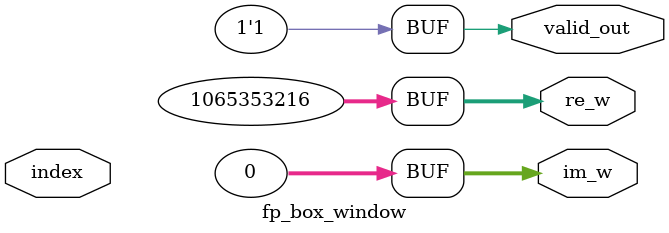
<source format=v>
`timescale 1ns / 1ps


module fp_box_window(index, re_w, im_w, valid_out);
parameter W = 4; // W = width of the window
input wire [$clog2(W)-1:0] index; //index will be useful in the case we implement
                                  //windows of different values,
                                  //the list can be generated on matlab/python
                                  //then made into a rom and read them. 
output [31:0] re_w;
output [31:0] im_w;
output valid_out;
localparam [31:0] fp_one = 32'h3F800000;
localparam [31:0] fp_zero = 32'h0000000;
                                 //might be useful later

 assign re_w = fp_one;
 assign im_w = fp_zero;
 assign valid_out = 1'b1;


endmodule

</source>
